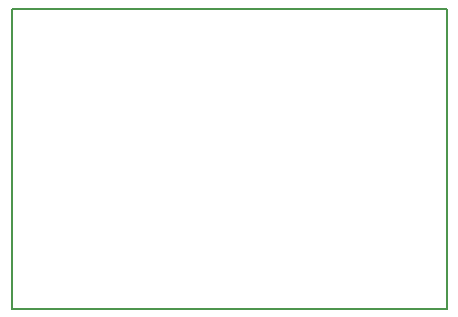
<source format=gbr>
G04 #@! TF.FileFunction,Profile,NP*
%FSLAX46Y46*%
G04 Gerber Fmt 4.6, Leading zero omitted, Abs format (unit mm)*
G04 Created by KiCad (PCBNEW 4.0.7) date 11/30/17 11:02:21*
%MOMM*%
%LPD*%
G01*
G04 APERTURE LIST*
%ADD10C,0.100000*%
%ADD11C,0.150000*%
G04 APERTURE END LIST*
D10*
D11*
X168275000Y-102870000D02*
X131445000Y-102870000D01*
X168275000Y-77470000D02*
X131445000Y-77470000D01*
X168275000Y-102870000D02*
X168275000Y-77470000D01*
X131445000Y-102870000D02*
X131445000Y-77470000D01*
M02*

</source>
